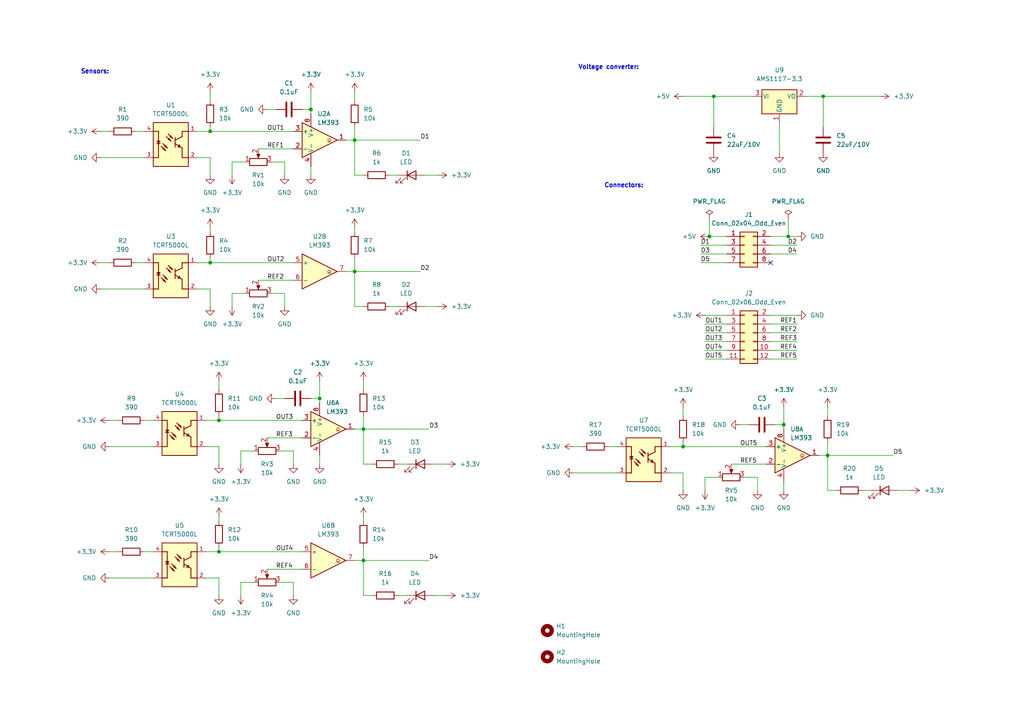
<source format=kicad_sch>
(kicad_sch (version 20211123) (generator eeschema)
  (paper "A4")
  (lib_symbols
    (symbol "Comparator:LM393" (pin_names (offset 0.127))
      (property "Reference" "U" (at 3.81 3.81 0))
      (property "Value" "LM393" (at 6.35 -3.81 0))
      (symbol "LM393_1_1"
        (pin open_collector line (at 7.62 0 180) (length 2.54) (name "~") (number "1"))
        (pin input line (at -7.62 -2.54 0) (length 2.54) (name "-") (number "2"))
        (pin input line (at -7.62 2.54 0) (length 2.54) (name "+") (number "3"))
      )
      (symbol "LM393_2_1"
        (pin input line (at -7.62 2.54 0) (length 2.54) (name "+") (number "5"))
        (pin input line (at -7.62 -2.54 0) (length 2.54) (name "-") (number "6"))
        (pin open_collector line (at 7.62 0 180) (length 2.54) (name "~") (number "7"))
      )
      (symbol "LM393_3_1"
        (pin power_in line (at -2.54 -7.62 90) (length 3.81) (name "V-") (number "4"))
        (pin power_in line (at -2.54 7.62 270) (length 3.81) (name "V+") (number "8"))
      )
    )
    (symbol "Connector_Generic:Conn_02x04_Odd_Even" (pin_names (offset 1.016) hide)
      (property "Reference" "J" (at 1.27 5.08 0))
      (property "Value" "Conn_02x04_Odd_Even" (at 1.27 -7.62 0))
      (symbol "Conn_02x04_Odd_Even_1_1"
        (pin passive line (at -5.08 2.54 0) (length 3.81) (name "Pin_1") (number "1"))
        (pin passive line (at 7.62 2.54 180) (length 3.81) (name "Pin_2") (number "2"))
        (pin passive line (at -5.08 0 0) (length 3.81) (name "Pin_3") (number "3"))
        (pin passive line (at 7.62 0 180) (length 3.81) (name "Pin_4") (number "4"))
        (pin passive line (at -5.08 -2.54 0) (length 3.81) (name "Pin_5") (number "5"))
        (pin passive line (at 7.62 -2.54 180) (length 3.81) (name "Pin_6") (number "6"))
        (pin passive line (at -5.08 -5.08 0) (length 3.81) (name "Pin_7") (number "7"))
        (pin passive line (at 7.62 -5.08 180) (length 3.81) (name "Pin_8") (number "8"))
      )
    )
    (symbol "Connector_Generic:Conn_02x06_Odd_Even" (pin_names (offset 1.016) hide)
      (property "Reference" "J" (at 1.27 7.62 0))
      (property "Value" "Conn_02x06_Odd_Even" (at 1.27 -10.16 0))
      (symbol "Conn_02x06_Odd_Even_1_1"
        (pin passive line (at -5.08 5.08 0) (length 3.81) (name "Pin_1") (number "1"))
        (pin passive line (at 7.62 -5.08 180) (length 3.81) (name "Pin_10") (number "10"))
        (pin passive line (at -5.08 -7.62 0) (length 3.81) (name "Pin_11") (number "11"))
        (pin passive line (at 7.62 -7.62 180) (length 3.81) (name "Pin_12") (number "12"))
        (pin passive line (at 7.62 5.08 180) (length 3.81) (name "Pin_2") (number "2"))
        (pin passive line (at -5.08 2.54 0) (length 3.81) (name "Pin_3") (number "3"))
        (pin passive line (at 7.62 2.54 180) (length 3.81) (name "Pin_4") (number "4"))
        (pin passive line (at -5.08 0 0) (length 3.81) (name "Pin_5") (number "5"))
        (pin passive line (at 7.62 0 180) (length 3.81) (name "Pin_6") (number "6"))
        (pin passive line (at -5.08 -2.54 0) (length 3.81) (name "Pin_7") (number "7"))
        (pin passive line (at 7.62 -2.54 180) (length 3.81) (name "Pin_8") (number "8"))
        (pin passive line (at -5.08 -5.08 0) (length 3.81) (name "Pin_9") (number "9"))
      )
    )
    (symbol "Device:C" (pin_numbers hide) (pin_names (offset 0.254))
      (property "Reference" "C" (at 0.635 2.54 0))
      (property "Value" "C" (at 0.635 -2.54 0))
      (symbol "C_1_1"
        (pin passive line (at 0 3.81 270) (length 2.794) (name "~") (number "1"))
        (pin passive line (at 0 -3.81 90) (length 2.794) (name "~") (number "2"))
      )
    )
    (symbol "Device:LED" (pin_numbers hide) (pin_names (offset 1.016) hide)
      (property "Reference" "D" (at 0 2.54 0))
      (property "Value" "LED" (at 0 -2.54 0))
      (symbol "LED_1_1"
        (pin passive line (at -3.81 0 0) (length 2.54) (name "K") (number "1"))
        (pin passive line (at 3.81 0 180) (length 2.54) (name "A") (number "2"))
      )
    )
    (symbol "Device:R" (pin_numbers hide) (pin_names (offset 0))
      (property "Reference" "R" (at 2.032 0 90))
      (property "Value" "R" (at 0 0 90))
      (symbol "R_1_1"
        (pin passive line (at 0 3.81 270) (length 1.27) (name "~") (number "1"))
        (pin passive line (at 0 -3.81 90) (length 1.27) (name "~") (number "2"))
      )
    )
    (symbol "Device:R_Potentiometer" (pin_names (offset 1.016) hide)
      (property "Reference" "RV" (at -4.445 0 90))
      (property "Value" "R_Potentiometer" (at -2.54 0 90))
      (symbol "R_Potentiometer_1_1"
        (pin passive line (at 0 3.81 270) (length 1.27) (name "1") (number "1"))
        (pin passive line (at 3.81 0 180) (length 1.27) (name "2") (number "2"))
        (pin passive line (at 0 -3.81 90) (length 1.27) (name "3") (number "3"))
      )
    )
    (symbol "Mechanical:MountingHole" (pin_names (offset 1.016))
      (property "Reference" "H" (at 0 5.08 0))
      (property "Value" "MountingHole" (at 0 3.175 0))
    )
    (symbol "Regulator_Linear:AMS1117-3.3" (pin_names (offset 0.254))
      (property "Reference" "U" (at -3.81 3.175 0))
      (property "Value" "AMS1117-3.3" (at 0 3.175 0))
      (symbol "AMS1117-3.3_1_1"
        (pin power_in line (at 0 -7.62 90) (length 2.54) (name "GND") (number "1"))
        (pin power_out line (at 7.62 0 180) (length 2.54) (name "VO") (number "2"))
        (pin power_in line (at -7.62 0 0) (length 2.54) (name "VI") (number "3"))
      )
    )
    (symbol "TCRT5000L:TCRT5000L" (pin_names (offset 1.016))
      (property "Reference" "U" (at -5.1092 5.6131 0))
      (property "Value" "TCRT5000L" (at -5.093 -10.1813 0))
      (symbol "TCRT5000L_0_0"
        (pin passive line (at 7.62 2.54 180) (length 2.54) (name "~") (number "1"))
        (pin passive line (at 7.62 -5.08 180) (length 2.54) (name "~") (number "2"))
        (pin passive line (at -7.62 -5.08 0) (length 2.54) (name "~") (number "3"))
        (pin passive line (at -7.62 2.54 0) (length 2.54) (name "~") (number "4"))
      )
    )
    (symbol "TCRT5000L_1" (pin_names (offset 1.016))
      (property "Reference" "U" (at -5.1092 5.6131 0))
      (property "Value" "TCRT5000L_1" (at -5.093 -10.1813 0))
      (symbol "TCRT5000L_1_0_0"
        (pin passive line (at 7.62 2.54 180) (length 2.54) (name "~") (number "1"))
        (pin passive line (at 7.62 -5.08 180) (length 2.54) (name "~") (number "2"))
        (pin passive line (at -7.62 -5.08 0) (length 2.54) (name "~") (number "3"))
        (pin passive line (at -7.62 2.54 0) (length 2.54) (name "~") (number "4"))
      )
    )
    (symbol "TCRT5000L_2" (pin_names (offset 1.016))
      (property "Reference" "U" (at -5.1092 5.6131 0))
      (property "Value" "TCRT5000L_2" (at -5.093 -10.1813 0))
      (symbol "TCRT5000L_2_0_0"
        (pin passive line (at 7.62 2.54 180) (length 2.54) (name "~") (number "1"))
        (pin passive line (at 7.62 -5.08 180) (length 2.54) (name "~") (number "2"))
        (pin passive line (at -7.62 -5.08 0) (length 2.54) (name "~") (number "3"))
        (pin passive line (at -7.62 2.54 0) (length 2.54) (name "~") (number "4"))
      )
    )
    (symbol "TCRT5000L_3" (pin_names (offset 1.016))
      (property "Reference" "U" (at -5.1092 5.6131 0))
      (property "Value" "TCRT5000L_3" (at -5.093 -10.1813 0))
      (symbol "TCRT5000L_3_0_0"
        (pin passive line (at 7.62 2.54 180) (length 2.54) (name "~") (number "1"))
        (pin passive line (at 7.62 -5.08 180) (length 2.54) (name "~") (number "2"))
        (pin passive line (at -7.62 -5.08 0) (length 2.54) (name "~") (number "3"))
        (pin passive line (at -7.62 2.54 0) (length 2.54) (name "~") (number "4"))
      )
    )
    (symbol "TCRT5000L_4" (pin_names (offset 1.016))
      (property "Reference" "U" (at -5.1092 5.6131 0))
      (property "Value" "TCRT5000L_4" (at -5.093 -10.1813 0))
      (symbol "TCRT5000L_4_0_0"
        (pin passive line (at 7.62 2.54 180) (length 2.54) (name "~") (number "1"))
        (pin passive line (at 7.62 -5.08 180) (length 2.54) (name "~") (number "2"))
        (pin passive line (at -7.62 -5.08 0) (length 2.54) (name "~") (number "3"))
        (pin passive line (at -7.62 2.54 0) (length 2.54) (name "~") (number "4"))
      )
    )
    (symbol "power:+3.3V" (power) (pin_names (offset 0))
      (property "Value" "+3.3V" (at 0 3.556 0))
      (symbol "+3.3V_1_1"
        (pin power_in line (at 0 0 90) (length 0) hide (name "+3.3V") (number "1"))
      )
    )
    (symbol "power:+5V" (power) (pin_names (offset 0))
      (property "Value" "+5V" (at 0 3.556 0))
      (symbol "+5V_1_1"
        (pin power_in line (at 0 0 90) (length 0) hide (name "+5V") (number "1"))
      )
    )
    (symbol "power:GND" (power) (pin_names (offset 0))
      (property "Value" "GND" (at 0 -3.81 0))
      (symbol "GND_1_1"
        (pin power_in line (at 0 0 270) (length 0) hide (name "GND") (number "1"))
      )
    )
    (symbol "power:PWR_FLAG" (power) (pin_numbers hide) (pin_names (offset 0) hide)
      (property "Value" "PWR_FLAG" (at 0 3.81 0))
      (symbol "PWR_FLAG_0_0"
        (pin power_out line (at 0 0 90) (length 0) (name "pwr") (number "1"))
      )
    )
  )
  (junction (at 60.96 38.1))
  (junction (at 205.74 68.58))
  (junction (at 63.5 160.02))
  (junction (at 92.71 115.57))
  (junction (at 63.5 121.92))
  (junction (at 102.87 40.64))
  (junction (at 198.12 129.54))
  (junction (at 207.01 27.94))
  (junction (at 105.41 124.46))
  (junction (at 240.03 132.08))
  (junction (at 60.96 76.2))
  (junction (at 238.76 27.94))
  (junction (at 90.17 31.75))
  (junction (at 102.87 78.74))
  (junction (at 228.6325 68.58))
  (junction (at 227.33 123.19))
  (junction (at 105.41 162.56))
  (no_connect (at 223.52 76.2))
  (wire (pts (xy 77.47 127) (xy 87.63 127)))
  (wire (pts (xy 227.33 139.7) (xy 227.33 142.24)))
  (wire (pts (xy 67.31 88.9) (xy 67.31 85.09)))
  (wire (pts (xy 31.75 160.02) (xy 34.29 160.02)))
  (wire (pts (xy 214.63 123.19) (xy 217.17 123.19)))
  (wire (pts (xy 260.35 142.24) (xy 264.16 142.24)))
  (wire (pts (xy 204.5025 93.98) (xy 210.8525 93.98)))
  (wire (pts (xy 90.17 115.57) (xy 92.71 115.57)))
  (wire (pts (xy 227.33 118.11) (xy 227.33 123.19)))
  (wire (pts (xy 194.31 137.16) (xy 198.12 137.16)))
  (wire (pts (xy 102.87 78.74) (xy 102.87 88.9)))
  (wire (pts (xy 59.69 121.92) (xy 63.5 121.92)))
  (wire (pts (xy 223.5525 91.44) (xy 231.1725 91.44)))
  (wire (pts (xy 63.5 129.54) (xy 63.5 134.62)))
  (wire (pts (xy 57.15 76.2) (xy 60.96 76.2)))
  (wire (pts (xy 223.5525 96.52) (xy 231.1725 96.52)))
  (wire (pts (xy 115.57 172.72) (xy 118.11 172.72)))
  (wire (pts (xy 240.03 128.27) (xy 240.03 132.08)))
  (wire (pts (xy 240.03 118.11) (xy 240.03 120.65)))
  (wire (pts (xy 85.09 172.72) (xy 85.09 168.91)))
  (wire (pts (xy 203.2325 71.12) (xy 210.82 71.12)))
  (wire (pts (xy 29.21 83.82) (xy 41.91 83.82)))
  (wire (pts (xy 105.41 149.86) (xy 105.41 151.13)))
  (wire (pts (xy 92.71 110.49) (xy 92.71 115.57)))
  (wire (pts (xy 113.03 50.8) (xy 115.57 50.8)))
  (wire (pts (xy 102.87 26.67) (xy 102.87 29.21)))
  (wire (pts (xy 242.57 142.24) (xy 240.03 142.24)))
  (wire (pts (xy 63.5 167.64) (xy 63.5 172.72)))
  (wire (pts (xy 69.85 134.62) (xy 69.85 130.81)))
  (wire (pts (xy 31.75 121.92) (xy 34.29 121.92)))
  (wire (pts (xy 219.71 142.24) (xy 219.71 138.43)))
  (wire (pts (xy 223.5525 101.6) (xy 231.1725 101.6)))
  (wire (pts (xy 105.41 124.46) (xy 105.41 134.62)))
  (wire (pts (xy 228.6325 63.5) (xy 228.6325 68.58)))
  (wire (pts (xy 78.74 46.99) (xy 82.55 46.99)))
  (wire (pts (xy 204.5025 104.14) (xy 210.8525 104.14)))
  (wire (pts (xy 60.96 36.83) (xy 60.96 38.1)))
  (wire (pts (xy 59.69 160.02) (xy 63.5 160.02)))
  (wire (pts (xy 237.49 132.08) (xy 240.03 132.08)))
  (wire (pts (xy 113.03 88.9) (xy 115.57 88.9)))
  (wire (pts (xy 105.41 50.8) (xy 102.87 50.8)))
  (wire (pts (xy 238.76 27.94) (xy 255.27 27.94)))
  (wire (pts (xy 238.76 27.94) (xy 238.76 36.83)))
  (wire (pts (xy 203.2325 76.2) (xy 210.82 76.2)))
  (wire (pts (xy 90.17 31.75) (xy 90.17 33.02)))
  (wire (pts (xy 223.52 71.12) (xy 231.1725 71.12)))
  (wire (pts (xy 198.12 129.54) (xy 222.25 129.54)))
  (wire (pts (xy 205.74 63.5) (xy 205.74 68.58)))
  (wire (pts (xy 198.12 137.16) (xy 198.12 142.24)))
  (wire (pts (xy 90.17 26.67) (xy 90.17 31.75)))
  (wire (pts (xy 60.96 76.2) (xy 85.09 76.2)))
  (wire (pts (xy 31.75 167.64) (xy 44.45 167.64)))
  (wire (pts (xy 81.28 168.91) (xy 85.09 168.91)))
  (wire (pts (xy 63.5 120.65) (xy 63.5 121.92)))
  (wire (pts (xy 105.41 120.65) (xy 105.41 124.46)))
  (wire (pts (xy 204.47 142.24) (xy 204.47 138.43)))
  (wire (pts (xy 60.96 45.72) (xy 60.96 50.8)))
  (wire (pts (xy 57.15 38.1) (xy 60.96 38.1)))
  (wire (pts (xy 63.5 110.49) (xy 63.5 113.03)))
  (wire (pts (xy 105.41 110.49) (xy 105.41 113.03)))
  (wire (pts (xy 102.87 124.46) (xy 105.41 124.46)))
  (wire (pts (xy 102.87 162.56) (xy 105.41 162.56)))
  (wire (pts (xy 29.21 38.1) (xy 31.75 38.1)))
  (wire (pts (xy 69.85 130.81) (xy 73.66 130.81)))
  (wire (pts (xy 90.17 48.26) (xy 90.17 50.8)))
  (wire (pts (xy 78.74 85.09) (xy 82.55 85.09)))
  (wire (pts (xy 105.41 124.46) (xy 124.46 124.46)))
  (wire (pts (xy 59.69 129.54) (xy 63.5 129.54)))
  (wire (pts (xy 82.55 50.8) (xy 82.55 46.99)))
  (wire (pts (xy 60.96 26.67) (xy 60.96 29.21)))
  (wire (pts (xy 207.01 27.94) (xy 218.44 27.94)))
  (wire (pts (xy 60.96 74.93) (xy 60.96 76.2)))
  (wire (pts (xy 204.5025 101.6) (xy 210.8525 101.6)))
  (wire (pts (xy 74.93 81.28) (xy 85.09 81.28)))
  (wire (pts (xy 102.87 40.64) (xy 102.87 50.8)))
  (wire (pts (xy 105.41 162.56) (xy 105.41 172.72)))
  (wire (pts (xy 92.71 115.57) (xy 92.71 116.84)))
  (wire (pts (xy 69.85 172.72) (xy 69.85 168.91)))
  (wire (pts (xy 81.28 130.81) (xy 85.09 130.81)))
  (wire (pts (xy 123.19 50.8) (xy 127 50.8)))
  (wire (pts (xy 233.68 27.94) (xy 238.76 27.94)))
  (wire (pts (xy 207.01 27.94) (xy 207.01 36.83)))
  (wire (pts (xy 60.96 83.82) (xy 60.96 88.9)))
  (wire (pts (xy 41.91 121.92) (xy 44.45 121.92)))
  (wire (pts (xy 125.73 134.62) (xy 129.54 134.62)))
  (wire (pts (xy 102.87 78.74) (xy 121.92 78.74)))
  (wire (pts (xy 39.37 76.2) (xy 41.91 76.2)))
  (wire (pts (xy 41.91 160.02) (xy 44.45 160.02)))
  (wire (pts (xy 77.47 31.75) (xy 80.01 31.75)))
  (wire (pts (xy 215.9 138.43) (xy 219.71 138.43)))
  (wire (pts (xy 63.5 149.86) (xy 63.5 151.13)))
  (wire (pts (xy 212.09 134.62) (xy 222.25 134.62)))
  (wire (pts (xy 102.87 40.64) (xy 121.92 40.64)))
  (wire (pts (xy 39.37 38.1) (xy 41.91 38.1)))
  (wire (pts (xy 29.21 76.2) (xy 31.75 76.2)))
  (wire (pts (xy 63.5 158.75) (xy 63.5 160.02)))
  (wire (pts (xy 60.96 38.1) (xy 85.09 38.1)))
  (wire (pts (xy 224.79 123.19) (xy 227.33 123.19)))
  (wire (pts (xy 226.06 35.56) (xy 226.06 44.45)))
  (wire (pts (xy 105.41 158.75) (xy 105.41 162.56)))
  (wire (pts (xy 29.21 45.72) (xy 41.91 45.72)))
  (wire (pts (xy 77.47 165.1) (xy 87.63 165.1)))
  (wire (pts (xy 228.6325 68.58) (xy 231.1725 68.58)))
  (wire (pts (xy 166.37 129.54) (xy 168.91 129.54)))
  (wire (pts (xy 194.31 129.54) (xy 198.12 129.54)))
  (wire (pts (xy 67.31 46.99) (xy 71.12 46.99)))
  (wire (pts (xy 60.96 66.04) (xy 60.96 67.31)))
  (wire (pts (xy 204.47 138.43) (xy 208.28 138.43)))
  (wire (pts (xy 205.74 68.58) (xy 210.82 68.58)))
  (wire (pts (xy 223.5525 99.06) (xy 231.1725 99.06)))
  (wire (pts (xy 80.01 115.57) (xy 82.55 115.57)))
  (wire (pts (xy 223.52 68.58) (xy 228.6325 68.58)))
  (wire (pts (xy 102.87 74.93) (xy 102.87 78.74)))
  (wire (pts (xy 63.5 121.92) (xy 87.63 121.92)))
  (wire (pts (xy 198.12 118.11) (xy 198.12 120.65)))
  (wire (pts (xy 102.87 66.04) (xy 102.87 67.31)))
  (wire (pts (xy 198.12 27.94) (xy 207.01 27.94)))
  (wire (pts (xy 74.93 43.18) (xy 85.09 43.18)))
  (wire (pts (xy 59.69 167.64) (xy 63.5 167.64)))
  (wire (pts (xy 223.5525 93.98) (xy 231.1725 93.98)))
  (wire (pts (xy 107.95 172.72) (xy 105.41 172.72)))
  (wire (pts (xy 31.75 129.54) (xy 44.45 129.54)))
  (wire (pts (xy 204.5025 96.52) (xy 210.8525 96.52)))
  (wire (pts (xy 204.5025 91.44) (xy 210.8525 91.44)))
  (wire (pts (xy 123.19 88.9) (xy 127 88.9)))
  (wire (pts (xy 223.52 73.66) (xy 231.1725 73.66)))
  (wire (pts (xy 63.5 160.02) (xy 87.63 160.02)))
  (wire (pts (xy 227.33 123.19) (xy 227.33 124.46)))
  (wire (pts (xy 92.71 132.08) (xy 92.71 134.62)))
  (wire (pts (xy 100.33 78.74) (xy 102.87 78.74)))
  (wire (pts (xy 240.03 132.08) (xy 259.08 132.08)))
  (wire (pts (xy 105.41 162.56) (xy 124.46 162.56)))
  (wire (pts (xy 102.87 36.83) (xy 102.87 40.64)))
  (wire (pts (xy 204.5025 99.06) (xy 210.8525 99.06)))
  (wire (pts (xy 107.95 134.62) (xy 105.41 134.62)))
  (wire (pts (xy 250.19 142.24) (xy 252.73 142.24)))
  (wire (pts (xy 166.37 137.16) (xy 179.07 137.16)))
  (wire (pts (xy 203.2325 73.66) (xy 210.82 73.66)))
  (wire (pts (xy 57.15 83.82) (xy 60.96 83.82)))
  (wire (pts (xy 100.33 40.64) (xy 102.87 40.64)))
  (wire (pts (xy 57.15 45.72) (xy 60.96 45.72)))
  (wire (pts (xy 125.73 172.72) (xy 129.54 172.72)))
  (wire (pts (xy 176.53 129.54) (xy 179.07 129.54)))
  (wire (pts (xy 85.09 134.62) (xy 85.09 130.81)))
  (wire (pts (xy 115.57 134.62) (xy 118.11 134.62)))
  (wire (pts (xy 67.31 50.8) (xy 67.31 46.99)))
  (wire (pts (xy 82.55 88.9) (xy 82.55 85.09)))
  (wire (pts (xy 105.41 88.9) (xy 102.87 88.9)))
  (wire (pts (xy 69.85 168.91) (xy 73.66 168.91)))
  (wire (pts (xy 67.31 85.09) (xy 71.12 85.09)))
  (wire (pts (xy 87.63 31.75) (xy 90.17 31.75)))
  (wire (pts (xy 198.12 128.27) (xy 198.12 129.54)))
  (wire (pts (xy 240.03 132.08) (xy 240.03 142.24)))
  (wire (pts (xy 223.5525 104.14) (xy 231.1725 104.14)))
  (text "Sensors:" (at 31.75 21.59 180) (effects (font (size 1.27 1.27) (thickness 0.254) bold) (justify right bottom)))
  (text "Connectors:" (at 186.7225 54.61 180) (effects (font (size 1.27 1.27) (thickness 0.254) bold) (justify right bottom)))
  (text "Voltage converter:" (at 185.42 20.32 180) (effects (font (size 1.27 1.27) (thickness 0.254) bold) (justify right bottom)))
  (label "REF3" (at 231.1725 99.06 180))
  (label "OUT3" (at 80.01 121.92 0))
  (label "OUT2" (at 77.47 76.2 0))
  (label "D5" (at 203.2325 76.2 0))
  (label "REF3" (at 80.01 127 0))
  (label "D2" (at 231.1725 71.12 180))
  (label "OUT5" (at 204.5025 104.14 0))
  (label "REF1" (at 231.1725 93.98 180))
  (label "OUT1" (at 204.5025 93.98 0))
  (label "OUT3" (at 204.5025 99.06 0))
  (label "D3" (at 124.46 124.46 0))
  (label "OUT5" (at 214.63 129.54 0))
  (label "OUT4" (at 204.5025 101.6 0))
  (label "REF5" (at 231.1725 104.14 180))
  (label "D1" (at 203.2325 71.12 0))
  (label "D2" (at 121.92 78.74 0))
  (label "OUT4" (at 80.01 160.02 0))
  (label "D1" (at 121.92 40.64 0))
  (label "REF2" (at 231.1725 96.52 180))
  (label "D4" (at 231.1725 73.66 180))
  (label "OUT1" (at 77.47 38.1 0))
  (label "D5" (at 259.08 132.08 0))
  (label "OUT2" (at 204.5025 96.52 0))
  (label "REF1" (at 77.47 43.18 0))
  (label "REF5" (at 214.63 134.62 0))
  (label "D4" (at 124.46 162.56 0))
  (label "D3" (at 203.2325 73.66 0))
  (label "REF4" (at 80.01 165.1 0))
  (label "REF2" (at 77.47 81.28 0))
  (label "REF4" (at 231.14 101.6 180))
  (symbol (lib_name "TCRT5000L_2") (lib_id "TCRT5000L:TCRT5000L") (at 52.07 124.46 0) (unit 1)
    (property "Reference" "U4" (at 52.07 114.3 0))
    (property "Value" "TCRT5000L" (at 52.07 116.84 0))
    (property "Footprint" "footprints:XDCR_TCRT5000L" (effects hide))
    (property "PRICE" "0.60 USD" (effects hide))
    (property "MP" "TCRT5000L" (effects hide))
    (property "AVAILABILITY" "Good" (effects hide))
    (property "DESCRIPTION" "TCRT5000 Series 940 nm 100 mA 60 mA Transistor Output Reflective Optical Sensor" (effects hide))
    (property "PACKAGE" "PCB Mount Vishay" (effects hide))
    (property "MF" "Vishay Semiconductor" (effects hide))
    (property "Package" "PCB Mount Vishay" (effects hide))
    (property "Check_prices" "https://www.snapeda.com/parts/TCRT5000L/Vishay+Semiconductor+Opto+Division/view-part/?ref=eda" (effects hide))
    (property "Price" "None" (effects hide))
    (property "SnapEDA_Link" "https://www.snapeda.com/parts/TCRT5000L/Vishay+Semiconductor+Opto+Division/view-part/?ref=snap" (effects hide))
    (property "Purchase-URL" "https://www.snapeda.com/api/url_track_click_mouser/?unipart_id=2741985&manufacturer=Vishay Semiconductor&part_name=TCRT5000L&search_term=None" (effects hide))
    (property "Availability" "In Stock" (effects hide))
    (property "Description" "\nReflective Optical Sensor 0.591 (15mm) PCB Mount\n" (effects hide))
  )
  (symbol (lib_id "Comparator:LM393") (at 95.25 162.56 0) (unit 2)
    (property "Reference" "U6" (at 95.25 152.4 0))
    (property "Value" "LM393" (at 95.25 154.94 0))
    (property "Footprint" "Package_SO:SOP-8_5.28x5.23mm_P1.27mm" (effects hide))
    (property "Datasheet" "http://www.ti.com/lit/ds/symlink/lm393.pdf" (effects hide))
  )
  (symbol (lib_id "power:GND") (at 80.01 115.57 270) (unit 1)
    (property "Reference" "#PWR029" (effects hide))
    (property "Value" "GND" (at 76.2 115.5699 90) (effects (justify right)))
  )
  (symbol (lib_id "power:GND") (at 82.55 88.9 0) (unit 1)
    (property "Reference" "#PWR012" (effects hide))
    (property "Value" "GND" (at 82.55 93.98 0))
  )
  (symbol (lib_id "power:+3.3V") (at 60.96 26.67 0) (unit 1)
    (property "Reference" "#PWR09" (effects hide))
    (property "Value" "+3.3V" (at 60.96 21.59 0))
  )
  (symbol (lib_id "power:GND") (at 85.09 172.72 0) (unit 1)
    (property "Reference" "#PWR031" (effects hide))
    (property "Value" "GND" (at 85.09 177.8 0))
  )
  (symbol (lib_name "TCRT5000L_4") (lib_id "TCRT5000L:TCRT5000L") (at 49.53 78.74 0) (unit 1)
    (property "Reference" "U3" (at 49.53 68.58 0))
    (property "Value" "TCRT5000L" (at 49.53 71.12 0))
    (property "Footprint" "footprints:XDCR_TCRT5000L" (effects hide))
    (property "PRICE" "0.60 USD" (effects hide))
    (property "MP" "TCRT5000L" (effects hide))
    (property "AVAILABILITY" "Good" (effects hide))
    (property "DESCRIPTION" "TCRT5000 Series 940 nm 100 mA 60 mA Transistor Output Reflective Optical Sensor" (effects hide))
    (property "PACKAGE" "PCB Mount Vishay" (effects hide))
    (property "MF" "Vishay Semiconductor" (effects hide))
    (property "Package" "PCB Mount Vishay" (effects hide))
    (property "Check_prices" "https://www.snapeda.com/parts/TCRT5000L/Vishay+Semiconductor+Opto+Division/view-part/?ref=eda" (effects hide))
    (property "Price" "None" (effects hide))
    (property "SnapEDA_Link" "https://www.snapeda.com/parts/TCRT5000L/Vishay+Semiconductor+Opto+Division/view-part/?ref=snap" (effects hide))
    (property "Purchase-URL" "https://www.snapeda.com/api/url_track_click_mouser/?unipart_id=2741985&manufacturer=Vishay Semiconductor&part_name=TCRT5000L&search_term=None" (effects hide))
    (property "Availability" "In Stock" (effects hide))
    (property "Description" "\nReflective Optical Sensor 0.591 (15mm) PCB Mount\n" (effects hide))
  )
  (symbol (lib_id "Comparator:LM393") (at 229.87 132.08 0) (unit 1)
    (property "Reference" "U8" (at 231.14 124.46 0))
    (property "Value" "LM393" (at 232.41 127 0))
    (property "Footprint" "Package_SO:SOP-8_5.28x5.23mm_P1.27mm" (effects hide))
    (property "Datasheet" "http://www.ti.com/lit/ds/symlink/lm393.pdf" (effects hide))
  )
  (symbol (lib_id "Regulator_Linear:AMS1117-3.3") (at 226.06 27.94 0) (unit 1)
    (property "Reference" "U9" (at 226.06 20.32 0))
    (property "Value" "AMS1117-3.3" (at 226.06 22.86 0))
    (property "Footprint" "Package_TO_SOT_SMD:SOT-223-3_TabPin2" (effects hide))
    (property "Datasheet" "http://www.advanced-monolithic.com/pdf/ds1117.pdf" (effects hide))
  )
  (symbol (lib_id "power:GND") (at 60.96 50.8 0) (unit 1)
    (property "Reference" "#PWR05" (effects hide))
    (property "Value" "GND" (at 60.96 55.88 0))
  )
  (symbol (lib_id "Device:R_Potentiometer") (at 77.47 130.81 90) (unit 1)
    (property "Reference" "RV3" (at 77.47 134.62 90))
    (property "Value" "10k" (at 77.47 137.16 90))
    (property "Footprint" "Potentiometer_THT:Potentiometer_Bourns_3296W_Vertical" (effects hide))
  )
  (symbol (lib_id "power:GND") (at 29.21 83.82 270) (unit 1)
    (property "Reference" "#PWR03" (effects hide))
    (property "Value" "GND" (at 25.4 83.8199 90) (effects (justify right)))
  )
  (symbol (lib_id "power:GND") (at 63.5 172.72 0) (unit 1)
    (property "Reference" "#PWR026" (effects hide))
    (property "Value" "GND" (at 63.5 177.8 0))
  )
  (symbol (lib_id "Device:R") (at 109.22 88.9 270) (unit 1)
    (property "Reference" "R8" (at 109.22 82.55 90))
    (property "Value" "1k" (at 109.22 85.09 90))
    (property "Footprint" "Resistor_SMD:R_0805_2012Metric_Pad1.20x1.40mm_HandSolder" (effects hide))
  )
  (symbol (lib_id "TCRT5000L:TCRT5000L") (at 186.69 132.08 0) (unit 1)
    (property "Reference" "U7" (at 186.69 121.92 0))
    (property "Value" "TCRT5000L" (at 186.69 124.46 0))
    (property "Footprint" "footprints:XDCR_TCRT5000L" (effects hide))
    (property "PRICE" "0.60 USD" (effects hide))
    (property "MP" "TCRT5000L" (effects hide))
    (property "AVAILABILITY" "Good" (effects hide))
    (property "DESCRIPTION" "TCRT5000 Series 940 nm 100 mA 60 mA Transistor Output Reflective Optical Sensor" (effects hide))
    (property "PACKAGE" "PCB Mount Vishay" (effects hide))
    (property "MF" "Vishay Semiconductor" (effects hide))
    (property "Package" "PCB Mount Vishay" (effects hide))
    (property "Check_prices" "https://www.snapeda.com/parts/TCRT5000L/Vishay+Semiconductor+Opto+Division/view-part/?ref=eda" (effects hide))
    (property "Price" "None" (effects hide))
    (property "SnapEDA_Link" "https://www.snapeda.com/parts/TCRT5000L/Vishay+Semiconductor+Opto+Division/view-part/?ref=snap" (effects hide))
    (property "Purchase-URL" "https://www.snapeda.com/api/url_track_click_mouser/?unipart_id=2741985&manufacturer=Vishay Semiconductor&part_name=TCRT5000L&search_term=None" (effects hide))
    (property "Availability" "In Stock" (effects hide))
    (property "Description" "\nReflective Optical Sensor 0.591 (15mm) PCB Mount\n" (effects hide))
  )
  (symbol (lib_id "power:GND") (at 227.33 142.24 0) (unit 1)
    (property "Reference" "#PWR046" (effects hide))
    (property "Value" "GND" (at 227.33 147.32 0))
  )
  (symbol (lib_id "Device:R") (at 102.87 33.02 0) (unit 1)
    (property "Reference" "R5" (at 105.41 31.7499 0) (effects (justify left)))
    (property "Value" "10k" (at 105.41 34.2899 0) (effects (justify left)))
    (property "Footprint" "Resistor_SMD:R_0805_2012Metric_Pad1.20x1.40mm_HandSolder" (effects hide))
  )
  (symbol (lib_id "Device:LED") (at 119.38 88.9 0) (unit 1)
    (property "Reference" "D2" (at 117.7925 82.55 0))
    (property "Value" "LED" (at 117.7925 85.09 0))
    (property "Footprint" "LED_SMD:LED_0805_2012Metric_Pad1.15x1.40mm_HandSolder" (effects hide))
  )
  (symbol (lib_id "Comparator:LM393") (at 92.71 40.64 0) (unit 3)
    (property "Reference" "U2" (effects hide))
    (property "Value" "LM393" (effects hide))
    (property "Footprint" "Package_SO:SOP-8_5.28x5.23mm_P1.27mm" (effects hide))
    (property "Datasheet" "http://www.ti.com/lit/ds/symlink/lm393.pdf" (effects hide))
  )
  (symbol (lib_id "power:GND") (at 219.71 142.24 0) (unit 1)
    (property "Reference" "#PWR044" (effects hide))
    (property "Value" "GND" (at 219.71 147.32 0))
  )
  (symbol (lib_id "power:GND") (at 207.01 44.45 0) (unit 1)
    (property "Reference" "#PWR053" (effects hide))
    (property "Value" "GND" (at 207.01 49.53 0))
  )
  (symbol (lib_id "power:GND") (at 238.76 44.45 0) (unit 1)
    (property "Reference" "#PWR055" (effects hide))
    (property "Value" "GND" (at 238.76 49.53 0))
  )
  (symbol (lib_id "power:GND") (at 214.63 123.19 270) (unit 1)
    (property "Reference" "#PWR043" (effects hide))
    (property "Value" "GND" (at 210.82 123.1899 90) (effects (justify right)))
  )
  (symbol (lib_id "power:GND") (at 92.71 134.62 0) (unit 1)
    (property "Reference" "#PWR033" (effects hide))
    (property "Value" "GND" (at 92.71 139.7 0))
  )
  (symbol (lib_id "Device:C") (at 86.36 115.57 90) (unit 1)
    (property "Reference" "C2" (at 86.36 107.95 90))
    (property "Value" "0.1uF" (at 86.36 110.49 90))
    (property "Footprint" "Capacitor_SMD:C_0805_2012Metric_Pad1.18x1.45mm_HandSolder" (effects hide))
  )
  (symbol (lib_id "Device:R_Potentiometer") (at 77.47 168.91 90) (unit 1)
    (property "Reference" "RV4" (at 77.47 172.72 90))
    (property "Value" "10k" (at 77.47 175.26 90))
    (property "Footprint" "Potentiometer_THT:Potentiometer_Bourns_3296W_Vertical" (effects hide))
  )
  (symbol (lib_id "power:+3.3V") (at 63.5 149.86 0) (unit 1)
    (property "Reference" "#PWR016" (effects hide))
    (property "Value" "+3.3V" (at 63.5 144.78 0))
  )
  (symbol (lib_id "power:+3.3V") (at 31.75 160.02 90) (unit 1)
    (property "Reference" "#PWR07" (effects hide))
    (property "Value" "+3.3V" (at 27.94 160.0199 90) (effects (justify left)))
  )
  (symbol (lib_id "Device:LED") (at 121.92 172.72 0) (unit 1)
    (property "Reference" "D4" (at 120.3325 166.37 0))
    (property "Value" "LED" (at 120.3325 168.91 0))
    (property "Footprint" "LED_SMD:LED_0805_2012Metric_Pad1.15x1.40mm_HandSolder" (effects hide))
  )
  (symbol (lib_id "Device:R") (at 63.5 154.94 0) (unit 1)
    (property "Reference" "R12" (at 66.04 153.6699 0) (effects (justify left)))
    (property "Value" "10k" (at 66.04 156.2099 0) (effects (justify left)))
    (property "Footprint" "Resistor_SMD:R_0805_2012Metric_Pad1.20x1.40mm_HandSolder" (effects hide))
  )
  (symbol (lib_id "Device:C") (at 238.76 40.64 0) (unit 1)
    (property "Reference" "C5" (at 242.57 39.3699 0) (effects (justify left)))
    (property "Value" "22uF/10V" (at 242.57 41.9099 0) (effects (justify left)))
    (property "Footprint" "Capacitor_SMD:C_0805_2012Metric_Pad1.18x1.45mm_HandSolder" (effects hide))
  )
  (symbol (lib_name "TCRT5000L_1") (lib_id "TCRT5000L:TCRT5000L") (at 49.53 40.64 0) (unit 1)
    (property "Reference" "U1" (at 49.53 30.48 0))
    (property "Value" "TCRT5000L" (at 49.53 33.02 0))
    (property "Footprint" "footprints:XDCR_TCRT5000L" (effects hide))
    (property "PRICE" "0.60 USD" (effects hide))
    (property "MP" "TCRT5000L" (effects hide))
    (property "AVAILABILITY" "Good" (effects hide))
    (property "DESCRIPTION" "TCRT5000 Series 940 nm 100 mA 60 mA Transistor Output Reflective Optical Sensor" (effects hide))
    (property "PACKAGE" "PCB Mount Vishay" (effects hide))
    (property "MF" "Vishay Semiconductor" (effects hide))
    (property "Package" "PCB Mount Vishay" (effects hide))
    (property "Check_prices" "https://www.snapeda.com/parts/TCRT5000L/Vishay+Semiconductor+Opto+Division/view-part/?ref=eda" (effects hide))
    (property "Price" "None" (effects hide))
    (property "SnapEDA_Link" "https://www.snapeda.com/parts/TCRT5000L/Vishay+Semiconductor+Opto+Division/view-part/?ref=snap" (effects hide))
    (property "Purchase-URL" "https://www.snapeda.com/api/url_track_click_mouser/?unipart_id=2741985&manufacturer=Vishay Semiconductor&part_name=TCRT5000L&search_term=None" (effects hide))
    (property "Availability" "In Stock" (effects hide))
    (property "Description" "\nReflective Optical Sensor 0.591 (15mm) PCB Mount\n" (effects hide))
  )
  (symbol (lib_id "Device:R") (at 105.41 116.84 0) (unit 1)
    (property "Reference" "R13" (at 107.95 115.5699 0) (effects (justify left)))
    (property "Value" "10k" (at 107.95 118.1099 0) (effects (justify left)))
    (property "Footprint" "Resistor_SMD:R_0805_2012Metric_Pad1.20x1.40mm_HandSolder" (effects hide))
  )
  (symbol (lib_id "Comparator:LM393") (at 95.25 124.46 0) (unit 3)
    (property "Reference" "U6" (effects hide))
    (property "Value" "LM393" (effects hide))
    (property "Footprint" "Package_SO:SOP-8_5.28x5.23mm_P1.27mm" (effects hide))
    (property "Datasheet" "http://www.ti.com/lit/ds/symlink/lm393.pdf" (effects hide))
  )
  (symbol (lib_id "power:GND") (at 166.37 137.16 270) (unit 1)
    (property "Reference" "#PWR039" (effects hide))
    (property "Value" "GND" (at 162.56 137.1599 90) (effects (justify right)))
  )
  (symbol (lib_id "power:+3.3V") (at 60.96 66.04 0) (unit 1)
    (property "Reference" "#PWR013" (effects hide))
    (property "Value" "+3.3V" (at 60.96 60.96 0))
  )
  (symbol (lib_id "Connector_Generic:Conn_02x04_Odd_Even") (at 215.9 71.12 0) (unit 1)
    (property "Reference" "J1" (at 217.17 62.23 0))
    (property "Value" "Conn_02x04_Odd_Even" (at 217.17 64.77 0))
    (property "Footprint" "Connector_PinHeader_2.54mm:PinHeader_2x04_P2.54mm_Vertical" (effects hide))
  )
  (symbol (lib_id "Comparator:LM393") (at 92.71 40.64 0) (unit 1)
    (property "Reference" "U2" (at 93.98 33.02 0))
    (property "Value" "LM393" (at 95.25 35.56 0))
    (property "Footprint" "Package_SO:SOP-8_5.28x5.23mm_P1.27mm" (effects hide))
    (property "Datasheet" "http://www.ti.com/lit/ds/symlink/lm393.pdf" (effects hide))
  )
  (symbol (lib_id "power:GND") (at 231.1725 68.58 90) (unit 1)
    (property "Reference" "#PWR0103" (effects hide))
    (property "Value" "GND" (at 234.9825 68.5799 90) (effects (justify right)))
  )
  (symbol (lib_id "Device:R") (at 38.1 121.92 90) (unit 1)
    (property "Reference" "R9" (at 38.1 115.57 90))
    (property "Value" "390" (at 38.1 118.11 90))
    (property "Footprint" "Resistor_SMD:R_0805_2012Metric_Pad1.20x1.40mm_HandSolder" (effects hide))
  )
  (symbol (lib_id "Mechanical:MountingHole") (at 158.75 190.5 0) (unit 1)
    (property "Reference" "H2" (at 161.29 189.2299 0) (effects (justify left)))
    (property "Value" "MountingHole" (at 161.29 191.7699 0) (effects (justify left)))
    (property "Footprint" "MountingHole:MountingHole_3.2mm_M3_DIN965" (effects hide))
  )
  (symbol (lib_id "Device:LED") (at 121.92 134.62 0) (unit 1)
    (property "Reference" "D3" (at 120.3325 128.27 0))
    (property "Value" "LED" (at 120.3325 130.81 0))
    (property "Footprint" "LED_SMD:LED_0805_2012Metric_Pad1.15x1.40mm_HandSolder" (effects hide))
  )
  (symbol (lib_id "Comparator:LM393") (at 92.71 78.74 0) (unit 2)
    (property "Reference" "U2" (at 92.71 68.58 0))
    (property "Value" "LM393" (at 92.71 71.12 0))
    (property "Footprint" "Package_SO:SOP-8_5.28x5.23mm_P1.27mm" (effects hide))
    (property "Datasheet" "http://www.ti.com/lit/ds/symlink/lm393.pdf" (effects hide))
  )
  (symbol (lib_id "Device:R") (at 111.76 172.72 270) (unit 1)
    (property "Reference" "R16" (at 111.76 166.37 90))
    (property "Value" "1k" (at 111.76 168.91 90))
    (property "Footprint" "Resistor_SMD:R_0805_2012Metric_Pad1.20x1.40mm_HandSolder" (effects hide))
  )
  (symbol (lib_name "TCRT5000L_3") (lib_id "TCRT5000L:TCRT5000L") (at 52.07 162.56 0) (unit 1)
    (property "Reference" "U5" (at 52.07 152.4 0))
    (property "Value" "TCRT5000L" (at 52.07 154.94 0))
    (property "Footprint" "footprints:XDCR_TCRT5000L" (effects hide))
    (property "PRICE" "0.60 USD" (effects hide))
    (property "MP" "TCRT5000L" (effects hide))
    (property "AVAILABILITY" "Good" (effects hide))
    (property "DESCRIPTION" "TCRT5000 Series 940 nm 100 mA 60 mA Transistor Output Reflective Optical Sensor" (effects hide))
    (property "PACKAGE" "PCB Mount Vishay" (effects hide))
    (property "MF" "Vishay Semiconductor" (effects hide))
    (property "Package" "PCB Mount Vishay" (effects hide))
    (property "Check_prices" "https://www.snapeda.com/parts/TCRT5000L/Vishay+Semiconductor+Opto+Division/view-part/?ref=eda" (effects hide))
    (property "Price" "None" (effects hide))
    (property "SnapEDA_Link" "https://www.snapeda.com/parts/TCRT5000L/Vishay+Semiconductor+Opto+Division/view-part/?ref=snap" (effects hide))
    (property "Purchase-URL" "https://www.snapeda.com/api/url_track_click_mouser/?unipart_id=2741985&manufacturer=Vishay Semiconductor&part_name=TCRT5000L&search_term=None" (effects hide))
    (property "Availability" "In Stock" (effects hide))
    (property "Description" "\nReflective Optical Sensor 0.591 (15mm) PCB Mount\n" (effects hide))
  )
  (symbol (lib_id "power:GND") (at 77.47 31.75 270) (unit 1)
    (property "Reference" "#PWR010" (effects hide))
    (property "Value" "GND" (at 73.66 31.7499 90) (effects (justify right)))
  )
  (symbol (lib_id "power:GND") (at 60.96 88.9 0) (unit 1)
    (property "Reference" "#PWR08" (effects hide))
    (property "Value" "GND" (at 60.96 93.98 0))
  )
  (symbol (lib_id "power:+3.3V") (at 204.47 142.24 180) (unit 1)
    (property "Reference" "#PWR048" (effects hide))
    (property "Value" "+3.3V" (at 204.47 147.32 0))
  )
  (symbol (lib_id "power:+3.3V") (at 227.33 118.11 0) (unit 1)
    (property "Reference" "#PWR049" (effects hide))
    (property "Value" "+3.3V" (at 227.33 113.03 0))
  )
  (symbol (lib_id "Device:R_Potentiometer") (at 212.09 138.43 90) (unit 1)
    (property "Reference" "RV5" (at 212.09 142.24 90))
    (property "Value" "10k" (at 212.09 144.78 90))
    (property "Footprint" "Potentiometer_THT:Potentiometer_Bourns_3296W_Vertical" (effects hide))
  )
  (symbol (lib_id "Device:R") (at 35.56 76.2 90) (unit 1)
    (property "Reference" "R2" (at 35.56 69.85 90))
    (property "Value" "390" (at 35.56 72.39 90))
    (property "Footprint" "Resistor_SMD:R_0805_2012Metric_Pad1.20x1.40mm_HandSolder" (effects hide))
  )
  (symbol (lib_id "power:GND") (at 82.55 50.8 0) (unit 1)
    (property "Reference" "#PWR011" (effects hide))
    (property "Value" "GND" (at 82.55 55.88 0))
  )
  (symbol (lib_id "power:+3.3V") (at 29.21 76.2 90) (unit 1)
    (property "Reference" "#PWR04" (effects hide))
    (property "Value" "+3.3V" (at 25.4 76.1999 90) (effects (justify left)))
  )
  (symbol (lib_id "Device:R") (at 63.5 116.84 0) (unit 1)
    (property "Reference" "R11" (at 66.04 115.5699 0) (effects (justify left)))
    (property "Value" "10k" (at 66.04 118.1099 0) (effects (justify left)))
    (property "Footprint" "Resistor_SMD:R_0805_2012Metric_Pad1.20x1.40mm_HandSolder" (effects hide))
  )
  (symbol (lib_id "power:+3.3V") (at 31.75 121.92 90) (unit 1)
    (property "Reference" "#PWR06" (effects hide))
    (property "Value" "+3.3V" (at 27.94 121.9199 90) (effects (justify left)))
  )
  (symbol (lib_id "Device:R_Potentiometer") (at 74.93 85.09 90) (unit 1)
    (property "Reference" "RV2" (at 74.93 88.9 90))
    (property "Value" "10k" (at 74.93 91.44 90))
    (property "Footprint" "Potentiometer_THT:Potentiometer_Bourns_3296W_Vertical" (effects hide))
  )
  (symbol (lib_id "Comparator:LM393") (at 95.25 124.46 0) (unit 1)
    (property "Reference" "U6" (at 96.52 116.84 0))
    (property "Value" "LM393" (at 97.79 119.38 0))
    (property "Footprint" "Package_SO:SOP-8_5.28x5.23mm_P1.27mm" (effects hide))
    (property "Datasheet" "http://www.ti.com/lit/ds/symlink/lm393.pdf" (effects hide))
  )
  (symbol (lib_id "power:GND") (at 90.17 50.8 0) (unit 1)
    (property "Reference" "#PWR014" (effects hide))
    (property "Value" "GND" (at 90.17 55.88 0))
  )
  (symbol (lib_id "Device:R") (at 35.56 38.1 90) (unit 1)
    (property "Reference" "R1" (at 35.56 31.75 90))
    (property "Value" "390" (at 35.56 34.29 90))
    (property "Footprint" "Resistor_SMD:R_0805_2012Metric_Pad1.20x1.40mm_HandSolder" (effects hide))
  )
  (symbol (lib_id "power:+3.3V") (at 69.85 134.62 180) (unit 1)
    (property "Reference" "#PWR019" (effects hide))
    (property "Value" "+3.3V" (at 69.85 139.7 0))
  )
  (symbol (lib_id "power:+3.3V") (at 92.71 110.49 0) (unit 1)
    (property "Reference" "#PWR025" (effects hide))
    (property "Value" "+3.3V" (at 92.71 105.41 0))
  )
  (symbol (lib_id "Device:R") (at 60.96 71.12 0) (unit 1)
    (property "Reference" "R4" (at 63.5 69.8499 0) (effects (justify left)))
    (property "Value" "10k" (at 63.5 72.3899 0) (effects (justify left)))
    (property "Footprint" "Resistor_SMD:R_0805_2012Metric_Pad1.20x1.40mm_HandSolder" (effects hide))
  )
  (symbol (lib_id "Device:LED") (at 256.54 142.24 0) (unit 1)
    (property "Reference" "D5" (at 254.9525 135.89 0))
    (property "Value" "LED" (at 254.9525 138.43 0))
    (property "Footprint" "LED_SMD:LED_0805_2012Metric_Pad1.15x1.40mm_HandSolder" (effects hide))
  )
  (symbol (lib_id "power:+3.3V") (at 67.31 88.9 180) (unit 1)
    (property "Reference" "#PWR018" (effects hide))
    (property "Value" "+3.3V" (at 67.31 93.98 0))
  )
  (symbol (lib_id "power:+3.3V") (at 264.16 142.24 270) (unit 1)
    (property "Reference" "#PWR051" (effects hide))
    (property "Value" "+3.3V" (at 267.97 142.2399 90) (effects (justify left)))
  )
  (symbol (lib_id "power:GND") (at 85.09 134.62 0) (unit 1)
    (property "Reference" "#PWR030" (effects hide))
    (property "Value" "GND" (at 85.09 139.7 0))
  )
  (symbol (lib_id "power:+3.3V") (at 240.03 118.11 0) (unit 1)
    (property "Reference" "#PWR050" (effects hide))
    (property "Value" "+3.3V" (at 240.03 113.03 0))
  )
  (symbol (lib_id "Device:R") (at 172.72 129.54 90) (unit 1)
    (property "Reference" "R17" (at 172.72 123.19 90))
    (property "Value" "390" (at 172.72 125.73 90))
    (property "Footprint" "Resistor_SMD:R_0805_2012Metric_Pad1.20x1.40mm_HandSolder" (effects hide))
  )
  (symbol (lib_id "power:+3.3V") (at 69.85 172.72 180) (unit 1)
    (property "Reference" "#PWR021" (effects hide))
    (property "Value" "+3.3V" (at 69.85 177.8 0))
  )
  (symbol (lib_id "Device:C") (at 220.98 123.19 90) (unit 1)
    (property "Reference" "C3" (at 220.98 115.57 90))
    (property "Value" "0.1uF" (at 220.98 118.11 90))
    (property "Footprint" "Capacitor_SMD:C_0805_2012Metric_Pad1.18x1.45mm_HandSolder" (effects hide))
  )
  (symbol (lib_id "power:PWR_FLAG") (at 205.74 63.5 0) (unit 1)
    (property "Reference" "#FLG0102" (effects hide))
    (property "Value" "PWR_FLAG" (at 205.74 58.42 0))
  )
  (symbol (lib_id "power:+3.3V") (at 129.54 172.72 270) (unit 1)
    (property "Reference" "#PWR038" (effects hide))
    (property "Value" "+3.3V" (at 133.35 172.7199 90) (effects (justify left)))
  )
  (symbol (lib_id "power:GND") (at 231.1725 91.44 90) (unit 1)
    (property "Reference" "#PWR0105" (effects hide))
    (property "Value" "GND" (at 234.9825 91.4399 90) (effects (justify right)))
  )
  (symbol (lib_id "power:+3.3V") (at 29.21 38.1 90) (unit 1)
    (property "Reference" "#PWR02" (effects hide))
    (property "Value" "+3.3V" (at 25.4 38.0999 90) (effects (justify left)))
  )
  (symbol (lib_id "Device:C") (at 207.01 40.64 0) (unit 1)
    (property "Reference" "C4" (at 210.82 39.3699 0) (effects (justify left)))
    (property "Value" "22uF/10V" (at 210.82 41.9099 0) (effects (justify left)))
    (property "Footprint" "Capacitor_SMD:C_0805_2012Metric_Pad1.18x1.45mm_HandSolder" (effects hide))
  )
  (symbol (lib_id "power:PWR_FLAG") (at 228.6325 63.5 0) (unit 1)
    (property "Reference" "#FLG0101" (effects hide))
    (property "Value" "PWR_FLAG" (at 228.6325 58.42 0))
  )
  (symbol (lib_id "Device:LED") (at 119.38 50.8 0) (unit 1)
    (property "Reference" "D1" (at 117.7925 44.45 0))
    (property "Value" "LED" (at 117.7925 46.99 0))
    (property "Footprint" "LED_SMD:LED_0805_2012Metric_Pad1.15x1.40mm_HandSolder" (effects hide))
  )
  (symbol (lib_id "power:+3.3V") (at 105.41 149.86 0) (unit 1)
    (property "Reference" "#PWR034" (effects hide))
    (property "Value" "+3.3V" (at 105.41 144.78 0))
  )
  (symbol (lib_id "Device:R") (at 38.1 160.02 90) (unit 1)
    (property "Reference" "R10" (at 38.1 153.67 90))
    (property "Value" "390" (at 38.1 156.21 90))
    (property "Footprint" "Resistor_SMD:R_0805_2012Metric_Pad1.20x1.40mm_HandSolder" (effects hide))
  )
  (symbol (lib_id "Mechanical:MountingHole") (at 158.75 182.88 0) (unit 1)
    (property "Reference" "H1" (at 161.29 181.6099 0) (effects (justify left)))
    (property "Value" "MountingHole" (at 161.29 184.1499 0) (effects (justify left)))
    (property "Footprint" "MountingHole:MountingHole_3.2mm_M3_DIN965" (effects hide))
  )
  (symbol (lib_id "power:+3.3V") (at 63.5 110.49 0) (unit 1)
    (property "Reference" "#PWR015" (effects hide))
    (property "Value" "+3.3V" (at 63.5 105.41 0))
  )
  (symbol (lib_id "power:GND") (at 29.21 45.72 270) (unit 1)
    (property "Reference" "#PWR01" (effects hide))
    (property "Value" "GND" (at 25.4 45.7199 90) (effects (justify right)))
  )
  (symbol (lib_id "Device:R") (at 246.38 142.24 270) (unit 1)
    (property "Reference" "R20" (at 246.38 135.89 90))
    (property "Value" "1k" (at 246.38 138.43 90))
    (property "Footprint" "Resistor_SMD:R_0805_2012Metric_Pad1.20x1.40mm_HandSolder" (effects hide))
  )
  (symbol (lib_id "Device:R") (at 102.87 71.12 0) (unit 1)
    (property "Reference" "R7" (at 105.41 69.8499 0) (effects (justify left)))
    (property "Value" "10k" (at 105.41 72.3899 0) (effects (justify left)))
    (property "Footprint" "Resistor_SMD:R_0805_2012Metric_Pad1.20x1.40mm_HandSolder" (effects hide))
  )
  (symbol (lib_id "power:+3.3V") (at 198.12 118.11 0) (unit 1)
    (property "Reference" "#PWR042" (effects hide))
    (property "Value" "+3.3V" (at 198.12 113.03 0))
  )
  (symbol (lib_id "power:GND") (at 31.75 129.54 270) (unit 1)
    (property "Reference" "#PWR020" (effects hide))
    (property "Value" "GND" (at 27.94 129.5399 90) (effects (justify right)))
  )
  (symbol (lib_id "Device:R") (at 109.22 50.8 270) (unit 1)
    (property "Reference" "R6" (at 109.22 44.45 90))
    (property "Value" "1k" (at 109.22 46.99 90))
    (property "Footprint" "Resistor_SMD:R_0805_2012Metric_Pad1.20x1.40mm_HandSolder" (effects hide))
  )
  (symbol (lib_id "power:+3.3V") (at 90.17 26.67 0) (unit 1)
    (property "Reference" "#PWR023" (effects hide))
    (property "Value" "+3.3V" (at 90.17 21.59 0))
  )
  (symbol (lib_id "power:+3.3V") (at 102.87 66.04 0) (unit 1)
    (property "Reference" "#PWR028" (effects hide))
    (property "Value" "+3.3V" (at 102.87 60.96 0))
  )
  (symbol (lib_id "power:+3.3V") (at 127 88.9 270) (unit 1)
    (property "Reference" "#PWR036" (effects hide))
    (property "Value" "+3.3V" (at 130.81 88.8999 90) (effects (justify left)))
  )
  (symbol (lib_id "Device:R") (at 198.12 124.46 0) (unit 1)
    (property "Reference" "R18" (at 200.66 123.1899 0) (effects (justify left)))
    (property "Value" "10k" (at 200.66 125.7299 0) (effects (justify left)))
    (property "Footprint" "Resistor_SMD:R_0805_2012Metric_Pad1.20x1.40mm_HandSolder" (effects hide))
  )
  (symbol (lib_id "power:GND") (at 63.5 134.62 0) (unit 1)
    (property "Reference" "#PWR024" (effects hide))
    (property "Value" "GND" (at 63.5 139.7 0))
  )
  (symbol (lib_id "power:+3.3V") (at 67.31 50.8 180) (unit 1)
    (property "Reference" "#PWR017" (effects hide))
    (property "Value" "+3.3V" (at 67.31 55.88 0))
  )
  (symbol (lib_id "Comparator:LM393") (at 229.87 132.08 0) (unit 3)
    (property "Reference" "U8" (effects hide))
    (property "Value" "LM393" (effects hide))
    (property "Footprint" "Package_SO:SOP-8_5.28x5.23mm_P1.27mm" (effects hide))
    (property "Datasheet" "http://www.ti.com/lit/ds/symlink/lm393.pdf" (effects hide))
  )
  (symbol (lib_id "power:+3.3V") (at 204.5025 91.44 90) (unit 1)
    (property "Reference" "#PWR047" (effects hide))
    (property "Value" "+3.3V" (at 200.6925 91.4399 90) (effects (justify left)))
  )
  (symbol (lib_id "power:+5V") (at 205.74 68.58 90) (unit 1)
    (property "Reference" "#PWR0101" (effects hide))
    (property "Value" "+5V" (at 201.93 68.5799 90) (effects (justify left)))
  )
  (symbol (lib_id "power:+3.3V") (at 127 50.8 270) (unit 1)
    (property "Reference" "#PWR035" (effects hide))
    (property "Value" "+3.3V" (at 130.81 50.7999 90) (effects (justify left)))
  )
  (symbol (lib_id "power:+3.3V") (at 166.37 129.54 90) (unit 1)
    (property "Reference" "#PWR040" (effects hide))
    (property "Value" "+3.3V" (at 162.56 129.5399 90) (effects (justify left)))
  )
  (symbol (lib_id "power:GND") (at 31.75 167.64 270) (unit 1)
    (property "Reference" "#PWR022" (effects hide))
    (property "Value" "GND" (at 27.94 167.6399 90) (effects (justify right)))
  )
  (symbol (lib_id "power:GND") (at 198.12 142.24 0) (unit 1)
    (property "Reference" "#PWR041" (effects hide))
    (property "Value" "GND" (at 198.12 147.32 0))
  )
  (symbol (lib_id "Device:R") (at 240.03 124.46 0) (unit 1)
    (property "Reference" "R19" (at 242.57 123.1899 0) (effects (justify left)))
    (property "Value" "10k" (at 242.57 125.7299 0) (effects (justify left)))
    (property "Footprint" "Resistor_SMD:R_0805_2012Metric_Pad1.20x1.40mm_HandSolder" (effects hide))
  )
  (symbol (lib_id "Device:R") (at 111.76 134.62 270) (unit 1)
    (property "Reference" "R15" (at 111.76 128.27 90))
    (property "Value" "1k" (at 111.76 130.81 90))
    (property "Footprint" "Resistor_SMD:R_0805_2012Metric_Pad1.20x1.40mm_HandSolder" (effects hide))
  )
  (symbol (lib_id "power:GND") (at 226.06 44.45 0) (unit 1)
    (property "Reference" "#PWR054" (effects hide))
    (property "Value" "GND" (at 226.06 49.53 0))
  )
  (symbol (lib_id "Device:C") (at 83.82 31.75 90) (unit 1)
    (property "Reference" "C1" (at 83.82 24.13 90))
    (property "Value" "0.1uF" (at 83.82 26.67 90))
    (property "Footprint" "Capacitor_SMD:C_0805_2012Metric_Pad1.18x1.45mm_HandSolder" (effects hide))
  )
  (symbol (lib_id "power:+3.3V") (at 105.41 110.49 0) (unit 1)
    (property "Reference" "#PWR032" (effects hide))
    (property "Value" "+3.3V" (at 105.41 105.41 0))
  )
  (symbol (lib_id "power:+3.3V") (at 102.87 26.67 0) (unit 1)
    (property "Reference" "#PWR027" (effects hide))
    (property "Value" "+3.3V" (at 102.87 21.59 0))
  )
  (symbol (lib_id "Device:R") (at 105.41 154.94 0) (unit 1)
    (property "Reference" "R14" (at 107.95 153.6699 0) (effects (justify left)))
    (property "Value" "10k" (at 107.95 156.2099 0) (effects (justify left)))
    (property "Footprint" "Resistor_SMD:R_0805_2012Metric_Pad1.20x1.40mm_HandSolder" (effects hide))
  )
  (symbol (lib_id "Connector_Generic:Conn_02x06_Odd_Even") (at 215.9325 96.52 0) (unit 1)
    (property "Reference" "J2" (at 217.2025 85.09 0))
    (property "Value" "Conn_02x06_Odd_Even" (at 217.2025 87.63 0))
    (property "Footprint" "Connector_PinHeader_2.54mm:PinHeader_2x06_P2.54mm_Vertical" (effects hide))
  )
  (symbol (lib_id "power:+3.3V") (at 129.54 134.62 270) (unit 1)
    (property "Reference" "#PWR037" (effects hide))
    (property "Value" "+3.3V" (at 133.35 134.6199 90) (effects (justify left)))
  )
  (symbol (lib_id "Device:R_Potentiometer") (at 74.93 46.99 90) (unit 1)
    (property "Reference" "RV1" (at 74.93 50.8 90))
    (property "Value" "10k" (at 74.93 53.34 90))
    (property "Footprint" "Potentiometer_THT:Potentiometer_Bourns_3296W_Vertical" (effects hide))
  )
  (symbol (lib_id "power:+3.3V") (at 255.27 27.94 270) (unit 1)
    (property "Reference" "#PWR056" (effects hide))
    (property "Value" "+3.3V" (at 259.08 27.9399 90) (effects (justify left)))
  )
  (symbol (lib_id "Device:R") (at 60.96 33.02 0) (unit 1)
    (property "Reference" "R3" (at 63.5 31.7499 0) (effects (justify left)))
    (property "Value" "10k" (at 63.5 34.2899 0) (effects (justify left)))
    (property "Footprint" "Resistor_SMD:R_0805_2012Metric_Pad1.20x1.40mm_HandSolder" (effects hide))
  )
  (symbol (lib_id "power:+5V") (at 198.12 27.94 90) (unit 1)
    (property "Reference" "#PWR052" (effects hide))
    (property "Value" "+5V" (at 194.31 27.9399 90) (effects (justify left)))
  )
)
</source>
